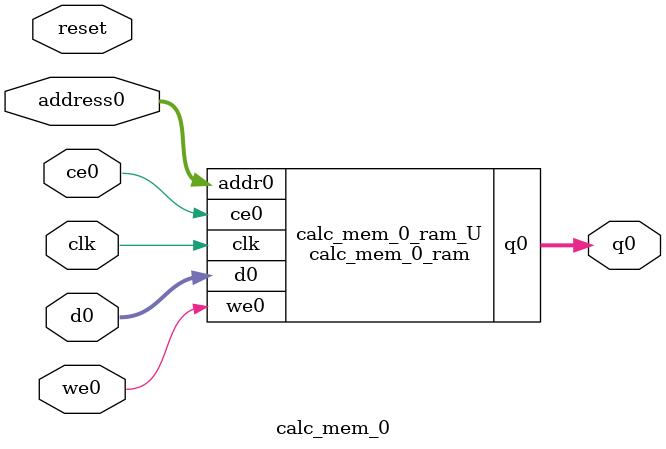
<source format=v>
`timescale 1 ns / 1 ps
module calc_mem_0_ram (addr0, ce0, d0, we0, q0,  clk);

parameter DWIDTH = 16;
parameter AWIDTH = 8;
parameter MEM_SIZE = 240;

input[AWIDTH-1:0] addr0;
input ce0;
input[DWIDTH-1:0] d0;
input we0;
output reg[DWIDTH-1:0] q0;
input clk;

(* ram_style = "block" *)reg [DWIDTH-1:0] ram[0:MEM_SIZE-1];




always @(posedge clk)  
begin 
    if (ce0) 
    begin
        if (we0) 
        begin 
            ram[addr0] <= d0; 
        end 
        q0 <= ram[addr0];
    end
end


endmodule

`timescale 1 ns / 1 ps
module calc_mem_0(
    reset,
    clk,
    address0,
    ce0,
    we0,
    d0,
    q0);

parameter DataWidth = 32'd16;
parameter AddressRange = 32'd240;
parameter AddressWidth = 32'd8;
input reset;
input clk;
input[AddressWidth - 1:0] address0;
input ce0;
input we0;
input[DataWidth - 1:0] d0;
output[DataWidth - 1:0] q0;



calc_mem_0_ram calc_mem_0_ram_U(
    .clk( clk ),
    .addr0( address0 ),
    .ce0( ce0 ),
    .we0( we0 ),
    .d0( d0 ),
    .q0( q0 ));

endmodule


</source>
